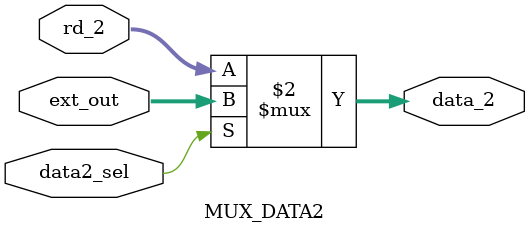
<source format=v>
`timescale 1ns / 1ps

module MUX_EXT(
    input [31:0] unsign_imme,
    input [31:0] sign_imme,
    input [31:0] imme_tohigh,
    input [1:0] ext_sel,
    output [31:0] data2_imme
    );
    
    assign data2_imme = ext_sel==0? unsign_imme:
                        ext_sel==1? sign_imme:
                        imme_tohigh;
endmodule

module MUX_DATA1(
    input [31:0] rd_1,
    input [4:0] sa,
    input data1_sel,
    output [31:0] data_1
    );
    
    assign data_1 = data1_sel==0? rd_1: {27'd0,sa};
    
endmodule

module MUX_DATA2(
        input [31:0] rd_2,
        input [31:0] ext_out,
        input data2_sel,
        output [31:0] data_2
    );
    
    assign data_2 = data2_sel==0? rd_2 : ext_out;
    
endmodule
</source>
